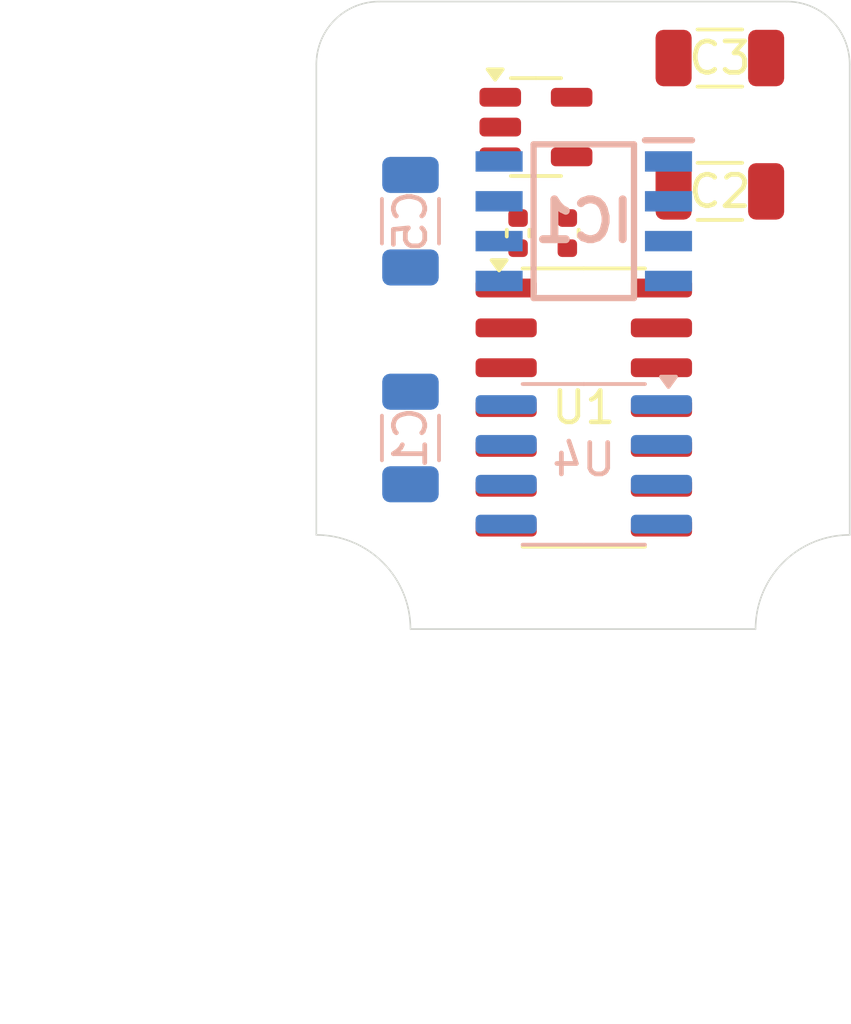
<source format=kicad_pcb>
(kicad_pcb (version 20240108) (generator "pcbnew") (generator_version "8.0")
  (layers (0 "F.Cu" signal) (31 "B.Cu" signal) (34 "B.Paste" user) (35 "F.Paste" user) (36 "B.SilkS" user "B.Silkscreen") (37 "F.SilkS" user "F.Silkscreen") (38 "B.Mask" user) (39 "F.Mask" user) (44 "Edge.Cuts" user))
  (net 0 "")
  (net 1 "GND")
  (net 3 "/INA")
  (net 4 "Net-(IC1-OUTB)")
  (net 5 "/INB")
  (net 6 "Net-(IC1-OUTA)")
  (net 19 "+3.3V")
  (net 22 "Net-(U4-FILTER)")
  (net 23 "Net-(IC1-VDD)")
  (net 24 "VCC")
  (net 25 "/ASEN")
  (net 26 "Net-(U2-BYP)")
  (net 27 "Net-(U2-INH)")
  (footprint "Capacitor_SMD:C_1206_3216Metric" (layer "F.Cu") (at 155.8625 90.8)
    (property "Reference" "C3" (at 0 0 0) (layer "F.SilkS"))
    (property "Value" "1uF")
    (fp_line (start -0.711252 -0.91) (end 0.711252 -0.91) (stroke (width 0.12)) (layer "F.SilkS"))
    (fp_line (start -0.711252 0.91) (end 0.711252 0.91) (stroke (width 0.12)) (layer "F.SilkS"))
    (pad "1" smd roundrect (at -1.475 0) (size 1.15 1.8) (layers "F.Cu" "F.Paste" "F.Mask") (roundrect_rratio 0.217391) (net 19 "+3.3V"))
    (pad "2" smd roundrect (at 1.475 0) (size 1.15 1.8) (layers "F.Cu" "F.Paste" "F.Mask") (roundrect_rratio 0.217391) (net 1 "GND"))
  )
  (footprint "Capacitor_SMD:C_1206_3216Metric" (layer "F.Cu") (at 155.8625 95.05)
    (property "Reference" "C2" (at 0 0 0) (layer "F.SilkS"))
    (property "Value" "1uF")
    (fp_line (start -0.711252 -0.91) (end 0.711252 -0.91) (stroke (width 0.12)) (layer "F.SilkS"))
    (fp_line (start -0.711252 0.91) (end 0.711252 0.91) (stroke (width 0.12)) (layer "F.SilkS"))
    (pad "1" smd roundrect (at -1.475 0) (size 1.15 1.8) (layers "F.Cu" "F.Paste" "F.Mask") (roundrect_rratio 0.217391) (net 24 "VCC"))
    (pad "2" smd roundrect (at 1.475 0) (size 1.15 1.8) (layers "F.Cu" "F.Paste" "F.Mask") (roundrect_rratio 0.217391) (net 1 "GND"))
  )
  (footprint "Capacitor_SMD:C_0402_1005Metric" (layer "F.Cu") (at 149.43 96.38 -90)
    (property "Reference" "C6" (hide yes))
    (property "Value" "100nF" (hide yes))
    (fp_line (start -0.107836 0.36) (end 0.107836 0.36) (stroke (width 0.12)) (layer "F.SilkS"))
    (fp_line (start -0.107836 -0.36) (end 0.107836 -0.36) (stroke (width 0.12)) (layer "F.SilkS"))
    (pad "1" smd roundrect (at -0.48 0 270) (size 0.56 0.62) (layers "F.Cu" "F.Paste" "F.Mask") (net 27 "Net-(U2-INH)"))
    (pad "2" smd roundrect (at 0.48 0 270) (size 0.56 0.62) (layers "F.Cu" "F.Paste" "F.Mask") (net 1 "GND"))
  )
  (footprint "Package_TO_SOT_SMD:TSOT-23-5" (layer "F.Cu") (at 150 93)
    (property "Reference" "U2" (hide yes))
    (property "Value" "LD3985G18R_TSOT23" (hide yes))
    (fp_line (start 0 -1.56) (end -0.8 -1.56) (stroke (width 0.12)) (layer "F.SilkS"))
    (fp_line (start 0 -1.56) (end 0.8 -1.56) (stroke (width 0.12)) (layer "F.SilkS"))
    (fp_line (start 0 1.56) (end -0.8 1.56) (stroke (width 0.12)) (layer "F.SilkS"))
    (fp_line (start 0 1.56) (end 0.8 1.56) (stroke (width 0.12)) (layer "F.SilkS"))
    (fp_poly (pts (xy -1.3 -1.51) (xy -1.54 -1.84) (xy -1.06 -1.84) (xy -1.3 -1.51)) (stroke (width 0.12)) (fill solid) (layer "F.SilkS"))
    (pad "1" smd roundrect (at -1.1375 -0.95) (size 1.325 0.6) (layers "F.Cu" "F.Paste" "F.Mask") (net 24 "VCC"))
    (pad "2" smd roundrect (at -1.1375 0) (size 1.325 0.6) (layers "F.Cu" "F.Paste" "F.Mask") (net 1 "GND"))
    (pad "3" smd roundrect (at -1.1375 0.95) (size 1.325 0.6) (layers "F.Cu" "F.Paste" "F.Mask") (net 27 "Net-(U2-INH)"))
    (pad "4" smd roundrect (at 1.1375 0.95) (size 1.325 0.6) (layers "F.Cu" "F.Paste" "F.Mask") (net 26 "Net-(U2-BYP)"))
    (pad "5" smd roundrect (at 1.1375 -0.95) (size 1.325 0.6) (layers "F.Cu" "F.Paste" "F.Mask") (net 19 "+3.3V"))
  )
  (footprint "Capacitor_SMD:C_0402_1005Metric" (layer "F.Cu") (at 151 96.38 -90)
    (property "Reference" "C4" (hide yes))
    (property "Value" "100nF" (hide yes))
    (fp_line (start -0.107836 0.36) (end 0.107836 0.36) (stroke (width 0.12)) (layer "F.SilkS"))
    (fp_line (start -0.107836 -0.36) (end 0.107836 -0.36) (stroke (width 0.12)) (layer "F.SilkS"))
    (pad "1" smd roundrect (at -0.48 0 270) (size 0.56 0.62) (layers "F.Cu" "F.Paste" "F.Mask") (net 26 "Net-(U2-BYP)"))
    (pad "2" smd roundrect (at 0.48 0 270) (size 0.56 0.62) (layers "F.Cu" "F.Paste" "F.Mask") (net 1 "GND"))
  )
  (footprint "Package_SO:SOIC-14_3.9x8.7mm_P1.27mm" (layer "F.Cu") (at 151.525 101.94)
    (property "Reference" "U1" (at 0 0 0) (layer "F.SilkS"))
    (property "Value" "ATtiny24-20SS")
    (fp_line (start 0 -4.435) (end -1.95 -4.435) (stroke (width 0.12)) (layer "F.SilkS"))
    (fp_line (start 0 -4.435) (end 1.95 -4.435) (stroke (width 0.12)) (layer "F.SilkS"))
    (fp_line (start 0 4.435) (end -1.95 4.435) (stroke (width 0.12)) (layer "F.SilkS"))
    (fp_line (start 0 4.435) (end 1.95 4.435) (stroke (width 0.12)) (layer "F.SilkS"))
    (fp_poly (pts (xy -2.7 -4.37) (xy -2.94 -4.7) (xy -2.46 -4.7) (xy -2.7 -4.37)) (stroke (width 0.12)) (fill solid) (layer "F.SilkS"))
    (pad "1" smd roundrect (at -2.475 -3.81) (size 1.95 0.6) (layers "F.Cu" "F.Paste" "F.Mask"))
    (pad "2" smd roundrect (at -2.475 -2.54) (size 1.95 0.6) (layers "F.Cu" "F.Paste" "F.Mask"))
    (pad "3" smd roundrect (at -2.475 -1.27) (size 1.95 0.6) (layers "F.Cu" "F.Paste" "F.Mask"))
    (pad "4" smd roundrect (at -2.475 0) (size 1.95 0.6) (layers "F.Cu" "F.Paste" "F.Mask"))
    (pad "5" smd roundrect (at -2.475 1.27) (size 1.95 0.6) (layers "F.Cu" "F.Paste" "F.Mask"))
    (pad "6" smd roundrect (at -2.475 2.54) (size 1.95 0.6) (layers "F.Cu" "F.Paste" "F.Mask"))
    (pad "7" smd roundrect (at -2.475 3.81) (size 1.95 0.6) (layers "F.Cu" "F.Paste" "F.Mask"))
    (pad "8" smd roundrect (at 2.475 3.81) (size 1.95 0.6) (layers "F.Cu" "F.Paste" "F.Mask"))
    (pad "9" smd roundrect (at 2.475 2.54) (size 1.95 0.6) (layers "F.Cu" "F.Paste" "F.Mask"))
    (pad "10" smd roundrect (at 2.475 1.27) (size 1.95 0.6) (layers "F.Cu" "F.Paste" "F.Mask"))
    (pad "11" smd roundrect (at 2.475 0) (size 1.95 0.6) (layers "F.Cu" "F.Paste" "F.Mask"))
    (pad "12" smd roundrect (at 2.475 -1.27) (size 1.95 0.6) (layers "F.Cu" "F.Paste" "F.Mask"))
    (pad "13" smd roundrect (at 2.475 -2.54) (size 1.95 0.6) (layers "F.Cu" "F.Paste" "F.Mask"))
    (pad "14" smd roundrect (at 2.475 -3.81) (size 1.95 0.6) (layers "F.Cu" "F.Paste" "F.Mask"))
  )
  (footprint "Capacitor_SMD:C_1206_3216Metric" (layer "B.Cu") (at 146 102.91 90)
    (property "Reference" "C1" (at 0 0 270) (layer "B.SilkS") (effects (justify mirror)))
    (property "Value" "1nF" (hide yes))
    (fp_line (start 0.711252 -0.91) (end -0.711252 -0.91) (stroke (width 0.12)) (layer "B.SilkS"))
    (fp_line (start 0.711252 0.91) (end -0.711252 0.91) (stroke (width 0.12)) (layer "B.SilkS"))
    (pad "1" smd roundrect (at -1.475 0 90) (size 1.15 1.8) (layers "B.Cu" "B.Paste" "B.Mask") (roundrect_rratio 0.217391) (net 22 "Net-(U4-FILTER)"))
    (pad "2" smd roundrect (at 1.475 0 90) (size 1.15 1.8) (layers "B.Cu" "B.Paste" "B.Mask") (roundrect_rratio 0.217391) (net 1 "GND"))
  )
  (footprint "Capacitor_SMD:C_1206_3216Metric" (layer "B.Cu") (at 146 96 -90)
    (property "Reference" "C5" (at 0 0 90) (layer "B.SilkS") (effects (justify mirror)))
    (property "Value" "104pF" (hide yes))
    (fp_line (start 0.711252 0.91) (end -0.711252 0.91) (stroke (width 0.12)) (layer "B.SilkS"))
    (fp_line (start 0.711252 -0.91) (end -0.711252 -0.91) (stroke (width 0.12)) (layer "B.SilkS"))
    (pad "1" smd roundrect (at -1.475 0 270) (size 1.15 1.8) (layers "B.Cu" "B.Paste" "B.Mask") (roundrect_rratio 0.217391) (net 6 "Net-(IC1-OUTA)"))
    (pad "2" smd roundrect (at 1.475 0 270) (size 1.15 1.8) (layers "B.Cu" "B.Paste" "B.Mask") (roundrect_rratio 0.217391) (net 4 "Net-(IC1-OUTB)"))
  )
  (footprint "Package_SO:SOIC-8_3.9x4.9mm_P1.27mm" (layer "B.Cu") (at 151.525 103.75 180)
    (property "Reference" "U4" (at 0 0.15 180) (layer "B.SilkS") (effects (justify mirror)))
    (property "Value" "ACS712xLCTR-05B")
    (fp_line (start 1.95 2.56) (end 0 2.56) (stroke (width 0.12)) (layer "B.SilkS"))
    (fp_line (start 1.95 -2.56) (end 0 -2.56) (stroke (width 0.12)) (layer "B.SilkS"))
    (fp_line (start -1.95 2.56) (end 0 2.56) (stroke (width 0.12)) (layer "B.SilkS"))
    (fp_line (start -1.95 -2.56) (end 0 -2.56) (stroke (width 0.12)) (layer "B.SilkS"))
    (fp_poly (pts (xy -2.7 2.465) (xy -2.94 2.795) (xy -2.46 2.795) (xy -2.7 2.465)) (stroke (width 0.12)) (fill solid) (layer "B.SilkS"))
    (pad "1" smd roundrect (at -2.475 1.905 180) (size 1.95 0.6) (layers "B.Cu" "B.Paste" "B.Mask") (net 24 "VCC"))
    (pad "2" smd roundrect (at -2.475 0.635 180) (size 1.95 0.6) (layers "B.Cu" "B.Paste" "B.Mask") (net 24 "VCC"))
    (pad "3" smd roundrect (at -2.475 -0.635 180) (size 1.95 0.6) (layers "B.Cu" "B.Paste" "B.Mask") (net 23 "Net-(IC1-VDD)"))
    (pad "4" smd roundrect (at -2.475 -1.905 180) (size 1.95 0.6) (layers "B.Cu" "B.Paste" "B.Mask") (net 23 "Net-(IC1-VDD)"))
    (pad "5" smd roundrect (at 2.475 -1.905 180) (size 1.95 0.6) (layers "B.Cu" "B.Paste" "B.Mask") (net 1 "GND"))
    (pad "6" smd roundrect (at 2.475 -0.635 180) (size 1.95 0.6) (layers "B.Cu" "B.Paste" "B.Mask") (net 22 "Net-(U4-FILTER)"))
    (pad "7" smd roundrect (at 2.475 0.635 180) (size 1.95 0.6) (layers "B.Cu" "B.Paste" "B.Mask") (net 25 "/ASEN"))
    (pad "8" smd roundrect (at 2.475 1.905 180) (size 1.95 0.6) (layers "B.Cu" "B.Paste" "B.Mask") (net 19 "+3.3V"))
  )
  (footprint "TC118S:SOIC127P600X155-8N" (layer "B.Cu") (at 151.525 96 180)
    (property "Reference" "IC1" (at 0 0 180) (layer "B.SilkS") (effects (font (size 1.27 1.27) (thickness 0.254)) (justify mirror)))
    (property "Value" "TC118S" (hide yes))
    (fp_line (start 1.6 2.45) (end -1.6 2.45) (stroke (width 0.2)) (layer "B.SilkS"))
    (fp_line (start 1.6 -2.45) (end 1.6 2.45) (stroke (width 0.2)) (layer "B.SilkS"))
    (fp_line (start -1.6 2.45) (end -1.6 -2.45) (stroke (width 0.2)) (layer "B.SilkS"))
    (fp_line (start -1.6 -2.45) (end 1.6 -2.45) (stroke (width 0.2)) (layer "B.SilkS"))
    (fp_line (start -1.95 2.58) (end -3.45 2.58) (stroke (width 0.2)) (layer "B.SilkS"))
    (pad "1" smd rect (at -2.7 1.905 90) (size 0.65 1.5) (layers "B.Cu" "B.Paste" "B.Mask"))
    (pad "2" smd rect (at -2.7 0.635 90) (size 0.65 1.5) (layers "B.Cu" "B.Paste" "B.Mask") (net 3 "/INA"))
    (pad "3" smd rect (at -2.7 -0.635 90) (size 0.65 1.5) (layers "B.Cu" "B.Paste" "B.Mask") (net 5 "/INB"))
    (pad "4" smd rect (at -2.7 -1.905 90) (size 0.65 1.5) (layers "B.Cu" "B.Paste" "B.Mask") (net 23 "Net-(IC1-VDD)"))
    (pad "5" smd rect (at 2.7 -1.905 90) (size 0.65 1.5) (layers "B.Cu" "B.Paste" "B.Mask") (net 4 "Net-(IC1-OUTB)"))
    (pad "6" smd rect (at 2.7 -0.635 90) (size 0.65 1.5) (layers "B.Cu" "B.Paste" "B.Mask") (net 1 "GND"))
    (pad "7" smd rect (at 2.7 0.635 90) (size 0.65 1.5) (layers "B.Cu" "B.Paste" "B.Mask") (net 1 "GND"))
    (pad "8" smd rect (at 2.7 1.905 90) (size 0.65 1.5) (layers "B.Cu" "B.Paste" "B.Mask") (net 6 "Net-(IC1-OUTA)"))
  )
  (gr_line (start 143 91) (end 143 106) (stroke (width 0.05)) (layer "Edge.Cuts"))
  (gr_arc (start 143 91) (mid 143.585786 89.585786) (end 145 89) (stroke (width 0.05)) (layer "Edge.Cuts"))
  (gr_line (start 160 106) (end 160 91) (stroke (width 0.05)) (layer "Edge.Cuts"))
  (gr_line (start 146 109) (end 157 109) (stroke (width 0.05)) (layer "Edge.Cuts"))
  (gr_arc (start 157 109) (mid 157.87868 106.87868) (end 160 106) (stroke (width 0.05)) (layer "Edge.Cuts"))
  (gr_arc (start 143 106) (mid 145.12132 106.87868) (end 146 109) (stroke (width 0.05)) (layer "Edge.Cuts"))
  (gr_line (start 158 89) (end 145 89) (stroke (width 0.05)) (layer "Edge.Cuts"))
  (gr_arc (start 158 89) (mid 159.414214 89.585786) (end 160 91) (stroke (width 0.05)) (layer "Edge.Cuts"))
)
</source>
